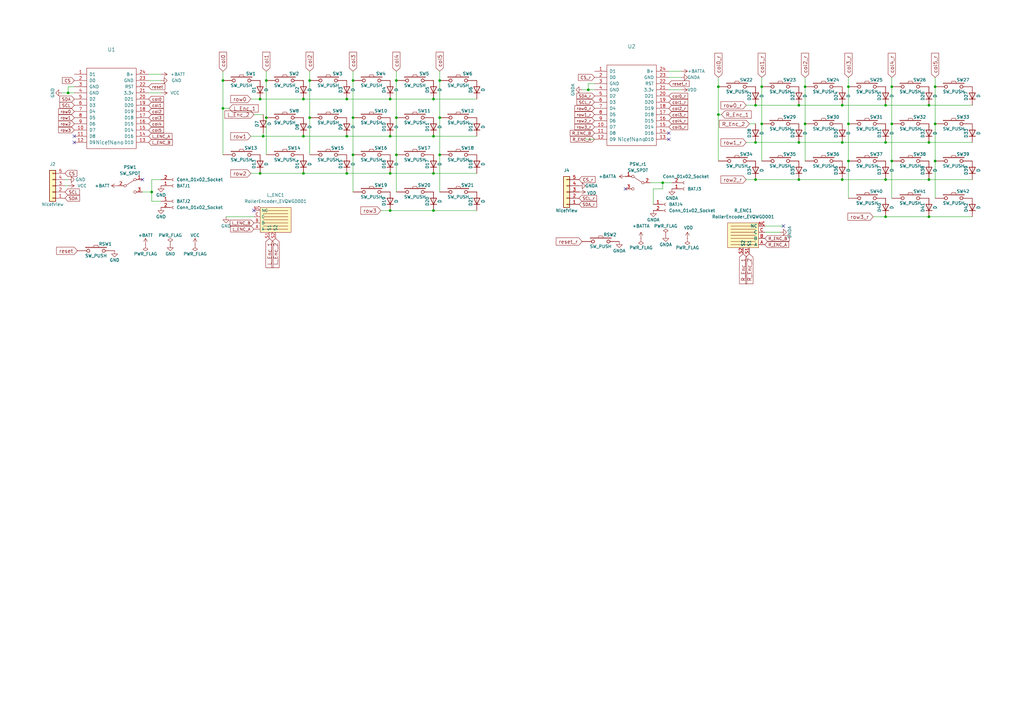
<source format=kicad_sch>
(kicad_sch (version 20230121) (generator eeschema)
  (paper "A3")
  (title_block (title "Corne Choc Wireless") (date "2023-10-09") (rev "0.0.1") (company "foostan + GSV-CargoCult"))
  (lib_symbols
    (symbol "Connector:Conn_01x02_Socket" (pin_names (offset 1.016) hide)
      (property "Reference" "J" (at 0 2.54 0))
      (property "Value" "Conn_01x02_Socket" (at 0 -5.08 0))
      (symbol "Conn_01x02_Socket_1_1"
        (pin passive line (at -5.08 0 0) (length 3.81) (name "Pin_1") (number "1"))
        (pin passive line (at -5.08 -2.54 0) (length 3.81) (name "Pin_2") (number "2"))
      )
    )
    (symbol "Connector_Generic:Conn_01x05" (pin_names (offset 1.016) hide)
      (property "Reference" "J" (at 0 7.62 0))
      (property "Value" "Conn_01x05" (at 0 -7.62 0))
      (symbol "Conn_01x05_1_1"
        (pin passive line (at -5.08 5.08 0) (length 3.81) (name "Pin_1") (number "1"))
        (pin passive line (at -5.08 2.54 0) (length 3.81) (name "Pin_2") (number "2"))
        (pin passive line (at -5.08 0 0) (length 3.81) (name "Pin_3") (number "3"))
        (pin passive line (at -5.08 -2.54 0) (length 3.81) (name "Pin_4") (number "4"))
        (pin passive line (at -5.08 -5.08 0) (length 3.81) (name "Pin_5") (number "5"))
      )
    )
    (symbol "Device:D" (pin_numbers hide) (pin_names (offset 1.016) hide)
      (property "Reference" "D" (at 0 2.54 0))
      (property "Value" "D" (at 0 -2.54 0))
      (symbol "D_1_1"
        (pin passive line (at -3.81 0 0) (length 2.54) (name "K") (number "1"))
        (pin passive line (at 3.81 0 180) (length 2.54) (name "A") (number "2"))
      )
    )
    (symbol "ScottoKeebs:MCU_Nice_Nano_V2" (pin_names (offset 1.016))
      (property "Reference" "U" (at 0 0 0))
      (property "Value" "Nice_Nano_V2" (at 0 -19.05 0))
      (symbol "MCU_Nice_Nano_V2_1_1"
        (pin input line (at -15.24 13.97 0) (length 5.08) (name "D1") (number "1"))
        (pin input line (at -15.24 -8.89 0) (length 5.08) (name "D7") (number "10"))
        (pin input line (at -15.24 -11.43 0) (length 5.08) (name "D8") (number "11"))
        (pin input line (at -15.24 -13.97 0) (length 5.08) (name "D9") (number "12"))
        (pin input line (at 15.24 -13.97 180) (length 5.08) (name "D10") (number "13"))
        (pin input line (at 15.24 -11.43 180) (length 5.08) (name "D16") (number "14"))
        (pin input line (at 15.24 -8.89 180) (length 5.08) (name "D14") (number "15"))
        (pin input line (at 15.24 -6.35 180) (length 5.08) (name "D15") (number "16"))
        (pin input line (at 15.24 -3.81 180) (length 5.08) (name "D18") (number "17"))
        (pin input line (at 15.24 -1.27 180) (length 5.08) (name "D19") (number "18"))
        (pin input line (at 15.24 1.27 180) (length 5.08) (name "D20") (number "19"))
        (pin input line (at -15.24 11.43 0) (length 5.08) (name "D0") (number "2"))
        (pin input line (at 15.24 3.81 180) (length 5.08) (name "D21") (number "20"))
        (pin input line (at 15.24 6.35 180) (length 5.08) (name "3.3v") (number "21"))
        (pin input line (at 15.24 8.89 180) (length 5.08) (name "RST") (number "22"))
        (pin input line (at 15.24 11.43 180) (length 5.08) (name "GND") (number "23"))
        (pin input line (at 15.24 13.97 180) (length 5.08) (name "B+") (number "24"))
        (pin input line (at -15.24 8.89 0) (length 5.08) (name "GND") (number "3"))
        (pin input line (at -15.24 6.35 0) (length 5.08) (name "GND") (number "4"))
        (pin input line (at -15.24 3.81 0) (length 5.08) (name "D2") (number "5"))
        (pin input line (at -15.24 1.27 0) (length 5.08) (name "D3") (number "6"))
        (pin input line (at -15.24 -1.27 0) (length 5.08) (name "D4") (number "7"))
        (pin input line (at -15.24 -3.81 0) (length 5.08) (name "D5") (number "8"))
        (pin input line (at -15.24 -6.35 0) (length 5.08) (name "D6") (number "9"))
      )
    )
    (symbol "Switch:SW_SPDT" (pin_names (offset 0) hide)
      (property "Reference" "SW" (at 0 4.318 0))
      (property "Value" "SW_SPDT" (at 0 -5.08 0))
      (symbol "SW_SPDT_1_1"
        (pin passive line (at 5.08 2.54 180) (length 2.54) (name "A") (number "1"))
        (pin passive line (at -5.08 0 0) (length 2.54) (name "B") (number "2"))
        (pin passive line (at 5.08 -2.54 180) (length 2.54) (name "C") (number "3"))
      )
    )
    (symbol "kbd:SW_PUSH" (pin_numbers hide) (pin_names (offset 1.016) hide)
      (property "Reference" "SW" (at 3.81 2.794 0))
      (property "Value" "SW_PUSH" (at 0 -2.032 0))
      (symbol "SW_PUSH_0_1"
        (pin passive inverted (at -7.62 0 0) (length 5.08) (name "1") (number "1"))
        (pin passive inverted (at 7.62 0 180) (length 5.08) (name "2") (number "2"))
      )
    )
    (symbol "power:+BATT" (power) (pin_names (offset 0))
      (property "Value" "+BATT" (at 0 3.556 0))
      (symbol "+BATT_1_1"
        (pin power_in line (at 0 0 90) (length 0) hide (name "+BATT") (number "1"))
      )
    )
    (symbol "power:+BATTA" (power) (pin_names (offset 0))
      (property "Value" "+BATTA" (at 0 3.556 0))
      (symbol "+BATTA_1_1"
        (pin power_in line (at 0 0 90) (length 0) hide (name "+BATTA") (number "1"))
      )
    )
    (symbol "power:GND" (power) (pin_names (offset 0))
      (property "Value" "GND" (at 0 -3.81 0))
      (symbol "GND_1_1"
        (pin power_in line (at 0 0 270) (length 0) hide (name "GND") (number "1"))
      )
    )
    (symbol "power:GNDA" (power) (pin_names (offset 0))
      (property "Value" "GNDA" (at 0 -3.81 0))
      (symbol "GNDA_1_1"
        (pin power_in line (at 0 0 270) (length 0) hide (name "GNDA") (number "1"))
      )
    )
    (symbol "power:PWR_FLAG" (power) (pin_numbers hide) (pin_names (offset 0) hide)
      (property "Value" "PWR_FLAG" (at 0 3.81 0))
      (symbol "PWR_FLAG_0_0"
        (pin power_out line (at 0 0 90) (length 0) (name "pwr") (number "1"))
      )
    )
    (symbol "power:VCC" (power) (pin_names (offset 0))
      (property "Value" "VCC" (at 0 3.81 0))
      (symbol "VCC_1_1"
        (pin power_in line (at 0 0 90) (length 0) hide (name "VCC") (number "1"))
      )
    )
    (symbol "power:VDD" (power) (pin_names (offset 0))
      (property "Value" "VDD" (at 0 3.81 0))
      (symbol "VDD_1_1"
        (pin power_in line (at 0 0 90) (length 0) hide (name "VDD") (number "1"))
      )
    )
    (symbol "zzkeebs:RollerEncoder_EVQWGD001"
      (property "Reference" "U" (at 0 -5.08 0))
      (property "Value" "RollerEncoder_EVQWGD001" (at 0 -7.62 0))
      (symbol "RollerEncoder_EVQWGD001_1_1"
        (pin output line (at -7.62 5.08 0) (length 2.54) (name "A") (number "A"))
        (pin output line (at -7.62 2.54 0) (length 2.54) (name "B") (number "B"))
        (pin passive line (at -7.62 0 0) (length 2.54) (name "C") (number "C"))
        (pin unspecified line (at -7.62 -2.54 0) (length 2.54) (name "NC") (number "NC"))
        (pin output line (at -1.27 8.89 270) (length 2.54) (name "S1") (number "S1"))
        (pin output line (at 1.27 8.89 270) (length 2.54) (name "S2") (number "S2"))
      )
    )
  )
  (junction (at 383.54 50.8))
  (junction (at 347.98 50.8))
  (junction (at 142.24 40.64))
  (junction (at 162.56 63.5))
  (junction (at 309.88 58.42))
  (junction (at 345.44 43.18))
  (junction (at 142.24 71.12))
  (junction (at 365.76 66.04))
  (junction (at 144.78 33.02))
  (junction (at 363.22 88.9))
  (junction (at 127 48.26))
  (junction (at 127 33.02))
  (junction (at 107.95 55.88))
  (junction (at 124.46 71.12))
  (junction (at 330.2 35.56))
  (junction (at 309.88 43.18))
  (junction (at 62.23 78.74))
  (junction (at 381 73.66))
  (junction (at 330.2 50.8))
  (junction (at 160.02 40.64))
  (junction (at 162.56 33.02))
  (junction (at 294.64 46.99))
  (junction (at 180.34 63.5))
  (junction (at 294.64 35.56))
  (junction (at 180.34 48.26))
  (junction (at 381 58.42))
  (junction (at 144.78 48.26))
  (junction (at 177.8 55.88))
  (junction (at 309.88 73.66))
  (junction (at 142.24 55.88))
  (junction (at 327.66 73.66))
  (junction (at 383.54 66.04))
  (junction (at 177.8 71.12))
  (junction (at 383.54 35.56))
  (junction (at 312.42 35.56))
  (junction (at 271.78 74.93))
  (junction (at 160.02 55.88))
  (junction (at 345.44 58.42))
  (junction (at 345.44 73.66))
  (junction (at 162.56 48.26))
  (junction (at 327.66 43.18))
  (junction (at 91.44 44.45))
  (junction (at 347.98 35.56))
  (junction (at 124.46 40.64))
  (junction (at 177.8 40.64))
  (junction (at 363.22 58.42))
  (junction (at 327.66 58.42))
  (junction (at 381 43.18))
  (junction (at 124.46 55.88))
  (junction (at 363.22 43.18))
  (junction (at 27.94 38.1))
  (junction (at 365.76 50.8))
  (junction (at 363.22 73.66))
  (junction (at 347.98 66.04))
  (junction (at 312.42 50.8))
  (junction (at 109.22 48.26))
  (junction (at 160.02 71.12))
  (junction (at 106.68 40.64))
  (junction (at 180.34 33.02))
  (junction (at 160.02 86.36))
  (junction (at 381 88.9))
  (junction (at 91.44 33.02))
  (junction (at 144.78 63.5))
  (junction (at 109.22 33.02))
  (junction (at 106.68 71.12))
  (junction (at 241.3 36.83))
  (junction (at 177.8 86.36))
  (junction (at 365.76 35.56))
  (no_connect (at 321.31 92.71))
  (no_connect (at 30.48 55.88))
  (no_connect (at 274.32 54.61))
  (no_connect (at 256.54 77.47))
  (no_connect (at 30.48 58.42))
  (no_connect (at 274.32 57.15))
  (no_connect (at 58.42 73.66))
  (no_connect (at 104.14 86.36))
  (wire (pts (xy 365.76 50.8) (xy 365.76 66.04)))
  (wire (pts (xy 102.87 40.64) (xy 106.68 40.64)))
  (wire (pts (xy 160.02 86.36) (xy 177.8 86.36)))
  (wire (pts (xy 383.54 31.75) (xy 383.54 35.56)))
  (wire (pts (xy 381 43.18) (xy 398.78 43.18)))
  (wire (pts (xy 142.24 55.88) (xy 160.02 55.88)))
  (wire (pts (xy 162.56 63.5) (xy 162.56 78.74)))
  (wire (pts (xy 177.8 71.12) (xy 195.58 71.12)))
  (wire (pts (xy 294.64 31.75) (xy 294.64 35.56)))
  (wire (pts (xy 294.64 35.56) (xy 294.64 46.99)))
  (wire (pts (xy 107.95 55.88) (xy 124.46 55.88)))
  (wire (pts (xy 109.22 33.02) (xy 109.22 48.26)))
  (wire (pts (xy 358.14 88.9) (xy 363.22 88.9)))
  (wire (pts (xy 306.07 58.42) (xy 309.88 58.42)))
  (wire (pts (xy 330.2 50.8) (xy 330.2 66.04)))
  (wire (pts (xy 347.98 50.8) (xy 347.98 66.04)))
  (wire (pts (xy 365.76 31.75) (xy 365.76 35.56)))
  (wire (pts (xy 60.96 38.1) (xy 66.04 38.1)))
  (wire (pts (xy 238.76 36.83) (xy 241.3 36.83)))
  (wire (pts (xy 162.56 29.21) (xy 162.56 33.02)))
  (wire (pts (xy 347.98 31.75) (xy 347.98 35.56)))
  (wire (pts (xy 144.78 48.26) (xy 144.78 63.5)))
  (wire (pts (xy 241.3 34.29) (xy 241.3 36.83)))
  (wire (pts (xy 160.02 71.12) (xy 177.8 71.12)))
  (wire (pts (xy 363.22 73.66) (xy 381 73.66)))
  (wire (pts (xy 327.66 73.66) (xy 345.44 73.66)))
  (wire (pts (xy 381 58.42) (xy 398.78 58.42)))
  (wire (pts (xy 66.04 73.66) (xy 62.23 73.66)))
  (wire (pts (xy 306.07 73.66) (xy 309.88 73.66)))
  (wire (pts (xy 271.78 74.93) (xy 266.7 74.93)))
  (wire (pts (xy 267.97 77.47) (xy 271.78 77.47)))
  (wire (pts (xy 177.8 40.64) (xy 195.58 40.64)))
  (wire (pts (xy 381 88.9) (xy 398.78 88.9)))
  (wire (pts (xy 30.48 35.56) (xy 27.94 35.56)))
  (wire (pts (xy 180.34 63.5) (xy 180.34 78.74)))
  (wire (pts (xy 162.56 48.26) (xy 162.56 63.5)))
  (wire (pts (xy 62.23 73.66) (xy 62.23 78.74)))
  (wire (pts (xy 243.84 34.29) (xy 241.3 34.29)))
  (wire (pts (xy 160.02 40.64) (xy 177.8 40.64)))
  (wire (pts (xy 274.32 31.75) (xy 279.4 31.75)))
  (wire (pts (xy 127 29.21) (xy 127 33.02)))
  (wire (pts (xy 144.78 33.02) (xy 144.78 48.26)))
  (wire (pts (xy 124.46 40.64) (xy 142.24 40.64)))
  (wire (pts (xy 102.87 71.12) (xy 106.68 71.12)))
  (wire (pts (xy 347.98 35.56) (xy 347.98 50.8)))
  (wire (pts (xy 124.46 71.12) (xy 142.24 71.12)))
  (wire (pts (xy 177.8 55.88) (xy 195.58 55.88)))
  (wire (pts (xy 109.22 48.26) (xy 109.22 63.5)))
  (wire (pts (xy 160.02 55.88) (xy 177.8 55.88)))
  (wire (pts (xy 241.3 36.83) (xy 243.84 36.83)))
  (wire (pts (xy 240.03 57.15) (xy 243.84 57.15)))
  (wire (pts (xy 91.44 33.02) (xy 91.44 44.45)))
  (wire (pts (xy 363.22 88.9) (xy 381 88.9)))
  (wire (pts (xy 365.76 35.56) (xy 365.76 50.8)))
  (wire (pts (xy 144.78 63.5) (xy 144.78 78.74)))
  (wire (pts (xy 180.34 29.21) (xy 180.34 33.02)))
  (wire (pts (xy 180.34 48.26) (xy 180.34 63.5)))
  (wire (pts (xy 27.94 38.1) (xy 30.48 38.1)))
  (wire (pts (xy 345.44 58.42) (xy 363.22 58.42)))
  (wire (pts (xy 92.71 88.9) (xy 104.14 88.9)))
  (wire (pts (xy 107.95 54.61) (xy 107.95 55.88)))
  (wire (pts (xy 279.4 29.21) (xy 274.32 29.21)))
  (wire (pts (xy 321.31 92.71) (xy 313.69 92.71)))
  (wire (pts (xy 91.44 29.21) (xy 91.44 33.02)))
  (wire (pts (xy 144.78 29.21) (xy 144.78 33.02)))
  (wire (pts (xy 312.42 31.75) (xy 312.42 35.56)))
  (wire (pts (xy 124.46 55.88) (xy 142.24 55.88)))
  (wire (pts (xy 363.22 43.18) (xy 381 43.18)))
  (wire (pts (xy 345.44 43.18) (xy 363.22 43.18)))
  (wire (pts (xy 383.54 35.56) (xy 383.54 50.8)))
  (wire (pts (xy 330.2 31.75) (xy 330.2 35.56)))
  (wire (pts (xy 102.87 55.88) (xy 107.95 55.88)))
  (wire (pts (xy 93.98 44.45) (xy 91.44 44.45)))
  (wire (pts (xy 383.54 66.04) (xy 383.54 81.28)))
  (wire (pts (xy 309.88 58.42) (xy 327.66 58.42)))
  (wire (pts (xy 327.66 43.18) (xy 345.44 43.18)))
  (wire (pts (xy 127 48.26) (xy 127 63.5)))
  (wire (pts (xy 312.42 35.56) (xy 312.42 50.8)))
  (wire (pts (xy 365.76 66.04) (xy 365.76 81.28)))
  (wire (pts (xy 60.96 33.02) (xy 66.04 33.02)))
  (wire (pts (xy 327.66 58.42) (xy 345.44 58.42)))
  (wire (pts (xy 66.04 82.55) (xy 62.23 82.55)))
  (wire (pts (xy 62.23 78.74) (xy 58.42 78.74)))
  (wire (pts (xy 347.98 66.04) (xy 347.98 81.28)))
  (wire (pts (xy 66.04 30.48) (xy 60.96 30.48)))
  (wire (pts (xy 330.2 35.56) (xy 330.2 50.8)))
  (wire (pts (xy 62.23 82.55) (xy 62.23 78.74)))
  (wire (pts (xy 27.94 73.66) (xy 26.67 73.66)))
  (wire (pts (xy 295.91 46.99) (xy 294.64 46.99)))
  (wire (pts (xy 27.94 35.56) (xy 27.94 38.1)))
  (wire (pts (xy 275.59 74.93) (xy 271.78 74.93)))
  (wire (pts (xy 345.44 73.66) (xy 363.22 73.66)))
  (wire (pts (xy 127 33.02) (xy 127 48.26)))
  (wire (pts (xy 142.24 71.12) (xy 160.02 71.12)))
  (wire (pts (xy 180.34 33.02) (xy 180.34 48.26)))
  (wire (pts (xy 27.94 76.2) (xy 26.67 76.2)))
  (wire (pts (xy 320.04 95.25) (xy 313.69 95.25)))
  (wire (pts (xy 381 73.66) (xy 398.78 73.66)))
  (wire (pts (xy 156.21 86.36) (xy 160.02 86.36)))
  (wire (pts (xy 25.4 38.1) (xy 27.94 38.1)))
  (wire (pts (xy 363.22 58.42) (xy 381 58.42)))
  (wire (pts (xy 307.34 50.8) (xy 309.88 50.8)))
  (wire (pts (xy 177.8 86.36) (xy 195.58 86.36)))
  (wire (pts (xy 312.42 50.8) (xy 312.42 66.04)))
  (wire (pts (xy 274.32 36.83) (xy 279.4 36.83)))
  (wire (pts (xy 271.78 77.47) (xy 271.78 74.93)))
  (wire (pts (xy 267.97 83.82) (xy 267.97 77.47)))
  (wire (pts (xy 106.68 71.12) (xy 124.46 71.12)))
  (wire (pts (xy 309.88 73.66) (xy 327.66 73.66)))
  (wire (pts (xy 109.22 29.21) (xy 109.22 33.02)))
  (wire (pts (xy 162.56 33.02) (xy 162.56 48.26)))
  (wire (pts (xy 142.24 40.64) (xy 160.02 40.64)))
  (wire (pts (xy 107.95 46.99) (xy 104.14 46.99)))
  (wire (pts (xy 91.44 44.45) (xy 91.44 63.5)))
  (wire (pts (xy 106.68 40.64) (xy 124.46 40.64)))
  (wire (pts (xy 383.54 50.8) (xy 383.54 66.04)))
  (wire (pts (xy 294.64 46.99) (xy 294.64 66.04)))
  (wire (pts (xy 306.07 43.18) (xy 309.88 43.18)))
  (wire (pts (xy 309.88 43.18) (xy 327.66 43.18)))
  (global_label "row1" (shape input) (at 102.87 55.88 180) (effects (font (size 1.524 1.524))) (property "Intersheetrefs" "${INTERSHEET_REFS}" (effects hide)))
  (global_label "reset" (shape input) (at 60.96 35.56 0) (effects (font (size 1.1938 1.1938))) (property "Intersheetrefs" "${INTERSHEET_REFS}" (effects hide)))
  (global_label "R_Enc_2" (shape input) (at 307.34 50.8 180) (effects (font (size 1.524 1.524))) (property "Intersheetrefs" "${INTERSHEET_REFS}" (effects hide)))
  (global_label "L_ENC_B" (shape input) (at 60.96 58.42 0) (effects (font (size 1.1938 1.1938))) (property "Intersheetrefs" "${INTERSHEET_REFS}" (effects hide)))
  (global_label "col1_r" (shape input) (at 274.32 41.91 0) (effects (font (size 1.1938 1.1938))) (property "Intersheetrefs" "${INTERSHEET_REFS}" (effects hide)))
  (global_label "row0_r" (shape input) (at 243.84 44.45 180) (effects (font (size 1.1938 1.1938))) (property "Intersheetrefs" "${INTERSHEET_REFS}" (effects hide)))
  (global_label "CS_r" (shape input) (at 243.84 31.75 180) (property "Intersheetrefs" "${INTERSHEET_REFS}" (effects hide)))
  (global_label "col4" (shape input) (at 162.56 29.21 90) (effects (font (size 1.524 1.524))) (property "Intersheetrefs" "${INTERSHEET_REFS}" (effects hide)))
  (global_label "col5_r" (shape input) (at 383.54 31.75 90) (effects (font (size 1.524 1.524))) (property "Intersheetrefs" "${INTERSHEET_REFS}" (effects hide)))
  (global_label "col0_r" (shape input) (at 274.32 39.37 0) (effects (font (size 1.1938 1.1938))) (property "Intersheetrefs" "${INTERSHEET_REFS}" (effects hide)))
  (global_label "SCL" (shape input) (at 30.48 43.18 180) (property "Intersheetrefs" "${INTERSHEET_REFS}" (effects hide)))
  (global_label "SDA_r" (shape input) (at 237.49 83.82 0) (effects (font (size 1.1938 1.1938))) (property "Intersheetrefs" "${INTERSHEET_REFS}" (effects hide)))
  (global_label "R_Enc_1" (shape input) (at 304.8 104.14 270) (effects (font (size 1.524 1.524))) (property "Intersheetrefs" "${INTERSHEET_REFS}" (effects hide)))
  (global_label "SDA_r" (shape input) (at 243.84 39.37 180) (effects (font (size 1.1938 1.1938))) (property "Intersheetrefs" "${INTERSHEET_REFS}" (effects hide)))
  (global_label "col3" (shape input) (at 144.78 29.21 90) (effects (font (size 1.524 1.524))) (property "Intersheetrefs" "${INTERSHEET_REFS}" (effects hide)))
  (global_label "reset" (shape input) (at 31.75 102.87 180) (effects (font (size 1.524 1.524))) (property "Intersheetrefs" "${INTERSHEET_REFS}" (effects hide)))
  (global_label "reset_r" (shape input) (at 274.32 34.29 0) (effects (font (size 1.1938 1.1938))) (property "Intersheetrefs" "${INTERSHEET_REFS}" (effects hide)))
  (global_label "row3_r" (shape input) (at 358.14 88.9 180) (effects (font (size 1.524 1.524))) (property "Intersheetrefs" "${INTERSHEET_REFS}" (effects hide)))
  (global_label "L_ENC_A" (shape input) (at 60.96 55.88 0) (effects (font (size 1.1938 1.1938))) (property "Intersheetrefs" "${INTERSHEET_REFS}" (effects hide)))
  (global_label "col5" (shape input) (at 60.96 53.34 0) (effects (font (size 1.1938 1.1938))) (property "Intersheetrefs" "${INTERSHEET_REFS}" (effects hide)))
  (global_label "col5_r" (shape input) (at 274.32 52.07 0) (effects (font (size 1.1938 1.1938))) (property "Intersheetrefs" "${INTERSHEET_REFS}" (effects hide)))
  (global_label "row2_r" (shape input) (at 306.07 73.66 180) (effects (font (size 1.524 1.524))) (property "Intersheetrefs" "${INTERSHEET_REFS}" (effects hide)))
  (global_label "R_Enc_1" (shape input) (at 295.91 46.99 0) (effects (font (size 1.524 1.524))) (property "Intersheetrefs" "${INTERSHEET_REFS}" (effects hide)))
  (global_label "SDA" (shape input) (at 26.67 81.28 0) (property "Intersheetrefs" "${INTERSHEET_REFS}" (effects hide)))
  (global_label "SDA" (shape input) (at 30.48 40.64 180) (property "Intersheetrefs" "${INTERSHEET_REFS}" (effects hide)))
  (global_label "L_ENC_A" (shape input) (at 104.14 93.98 180) (effects (font (size 1.1938 1.1938))) (property "Intersheetrefs" "${INTERSHEET_REFS}" (effects hide)))
  (global_label "row2_r" (shape input) (at 243.84 49.53 180) (effects (font (size 1.1938 1.1938))) (property "Intersheetrefs" "${INTERSHEET_REFS}" (effects hide)))
  (global_label "row2" (shape input) (at 30.48 50.8 180) (effects (font (size 1.1938 1.1938))) (property "Intersheetrefs" "${INTERSHEET_REFS}" (effects hide)))
  (global_label "col2_r" (shape input) (at 274.32 44.45 0) (effects (font (size 1.1938 1.1938))) (property "Intersheetrefs" "${INTERSHEET_REFS}" (effects hide)))
  (global_label "col4_r" (shape input) (at 365.76 31.75 90) (effects (font (size 1.524 1.524))) (property "Intersheetrefs" "${INTERSHEET_REFS}" (effects hide)))
  (global_label "row1_r" (shape input) (at 306.07 58.42 180) (effects (font (size 1.524 1.524))) (property "Intersheetrefs" "${INTERSHEET_REFS}" (effects hide)))
  (global_label "col2_r" (shape input) (at 330.2 31.75 90) (effects (font (size 1.524 1.524))) (property "Intersheetrefs" "${INTERSHEET_REFS}" (effects hide)))
  (global_label "SCL_r" (shape input) (at 237.49 81.28 0) (effects (font (size 1.1938 1.1938))) (property "Intersheetrefs" "${INTERSHEET_REFS}" (effects hide)))
  (global_label "col1_r" (shape input) (at 312.42 31.75 90) (effects (font (size 1.524 1.524))) (property "Intersheetrefs" "${INTERSHEET_REFS}" (effects hide)))
  (global_label "row3" (shape input) (at 30.48 53.34 180) (effects (font (size 1.1938 1.1938))) (property "Intersheetrefs" "${INTERSHEET_REFS}" (effects hide)))
  (global_label "col0" (shape input) (at 60.96 40.64 0) (effects (font (size 1.1938 1.1938))) (property "Intersheetrefs" "${INTERSHEET_REFS}" (effects hide)))
  (global_label "L_Enc_1" (shape input) (at 93.98 44.45 0) (effects (font (size 1.524 1.524))) (property "Intersheetrefs" "${INTERSHEET_REFS}" (effects hide)))
  (global_label "L_Enc_2" (shape input) (at 113.03 97.79 270) (effects (font (size 1.524 1.524))) (property "Intersheetrefs" "${INTERSHEET_REFS}" (effects hide)))
  (global_label "col4_r" (shape input) (at 274.32 49.53 0) (effects (font (size 1.1938 1.1938))) (property "Intersheetrefs" "${INTERSHEET_REFS}" (effects hide)))
  (global_label "row0" (shape input) (at 102.87 40.64 180) (effects (font (size 1.524 1.524))) (property "Intersheetrefs" "${INTERSHEET_REFS}" (effects hide)))
  (global_label "row3_r" (shape input) (at 243.84 52.07 180) (effects (font (size 1.1938 1.1938))) (property "Intersheetrefs" "${INTERSHEET_REFS}" (effects hide)))
  (global_label "row0_r" (shape input) (at 306.07 43.18 180) (effects (font (size 1.524 1.524))) (property "Intersheetrefs" "${INTERSHEET_REFS}" (effects hide)))
  (global_label "SCL" (shape input) (at 26.67 78.74 0) (property "Intersheetrefs" "${INTERSHEET_REFS}" (effects hide)))
  (global_label "col3_r" (shape input) (at 347.98 31.75 90) (effects (font (size 1.524 1.524))) (property "Intersheetrefs" "${INTERSHEET_REFS}" (effects hide)))
  (global_label "row2" (shape input) (at 102.87 71.12 180) (effects (font (size 1.524 1.524))) (property "Intersheetrefs" "${INTERSHEET_REFS}" (effects hide)))
  (global_label "row1_r" (shape input) (at 243.84 46.99 180) (effects (font (size 1.1938 1.1938))) (property "Intersheetrefs" "${INTERSHEET_REFS}" (effects hide)))
  (global_label "L_Enc_1" (shape input) (at 110.49 97.79 270) (effects (font (size 1.524 1.524))) (property "Intersheetrefs" "${INTERSHEET_REFS}" (effects hide)))
  (global_label "col1" (shape input) (at 60.96 43.18 0) (effects (font (size 1.1938 1.1938))) (property "Intersheetrefs" "${INTERSHEET_REFS}" (effects hide)))
  (global_label "R_ENC_B" (shape input) (at 243.84 54.61 180) (effects (font (size 1.1938 1.1938))) (property "Intersheetrefs" "${INTERSHEET_REFS}" (effects hide)))
  (global_label "CS_r" (shape input) (at 237.49 73.66 0) (property "Intersheetrefs" "${INTERSHEET_REFS}" (effects hide)))
  (global_label "R_Enc_2" (shape input) (at 307.34 104.14 270) (effects (font (size 1.524 1.524))) (property "Intersheetrefs" "${INTERSHEET_REFS}" (effects hide)))
  (global_label "CS" (shape input) (at 26.67 71.12 0) (property "Intersheetrefs" "${INTERSHEET_REFS}" (effects hide)))
  (global_label "col1" (shape input) (at 109.22 29.21 90) (effects (font (size 1.524 1.524))) (property "Intersheetrefs" "${INTERSHEET_REFS}" (effects hide)))
  (global_label "row1" (shape input) (at 30.48 48.26 180) (effects (font (size 1.1938 1.1938))) (property "Intersheetrefs" "${INTERSHEET_REFS}" (effects hide)))
  (global_label "col4" (shape input) (at 60.96 50.8 0) (effects (font (size 1.1938 1.1938))) (property "Intersheetrefs" "${INTERSHEET_REFS}" (effects hide)))
  (global_label "col2" (shape input) (at 127 29.21 90) (effects (font (size 1.524 1.524))) (property "Intersheetrefs" "${INTERSHEET_REFS}" (effects hide)))
  (global_label "col0" (shape input) (at 91.44 29.21 90) (effects (font (size 1.524 1.524))) (property "Intersheetrefs" "${INTERSHEET_REFS}" (effects hide)))
  (global_label "R_ENC_A" (shape input) (at 243.84 57.15 180) (effects (font (size 1.1938 1.1938))) (property "Intersheetrefs" "${INTERSHEET_REFS}" (effects hide)))
  (global_label "CS" (shape input) (at 30.48 33.02 180) (property "Intersheetrefs" "${INTERSHEET_REFS}" (effects hide)))
  (global_label "col5" (shape input) (at 180.34 29.21 90) (effects (font (size 1.524 1.524))) (property "Intersheetrefs" "${INTERSHEET_REFS}" (effects hide)))
  (global_label "R_ENC_B" (shape input) (at 313.69 97.79 0) (effects (font (size 1.1938 1.1938))) (property "Intersheetrefs" "${INTERSHEET_REFS}" (effects hide)))
  (global_label "SCL_r" (shape input) (at 243.84 41.91 180) (effects (font (size 1.1938 1.1938))) (property "Intersheetrefs" "${INTERSHEET_REFS}" (effects hide)))
  (global_label "row0" (shape input) (at 30.48 45.72 180) (effects (font (size 1.1938 1.1938))) (property "Intersheetrefs" "${INTERSHEET_REFS}" (effects hide)))
  (global_label "col3_r" (shape input) (at 274.32 46.99 0) (effects (font (size 1.1938 1.1938))) (property "Intersheetrefs" "${INTERSHEET_REFS}" (effects hide)))
  (global_label "L_ENC_B" (shape input) (at 104.14 91.44 180) (effects (font (size 1.1938 1.1938))) (property "Intersheetrefs" "${INTERSHEET_REFS}" (effects hide)))
  (global_label "row3" (shape input) (at 156.21 86.36 180) (effects (font (size 1.524 1.524))) (property "Intersheetrefs" "${INTERSHEET_REFS}" (effects hide)))
  (global_label "col3" (shape input) (at 60.96 48.26 0) (effects (font (size 1.1938 1.1938))) (property "Intersheetrefs" "${INTERSHEET_REFS}" (effects hide)))
  (global_label "reset_r" (shape input) (at 238.76 99.06 180) (effects (font (size 1.524 1.524))) (property "Intersheetrefs" "${INTERSHEET_REFS}" (effects hide)))
  (global_label "R_ENC_A" (shape input) (at 313.69 100.33 0) (effects (font (size 1.1938 1.1938))) (property "Intersheetrefs" "${INTERSHEET_REFS}" (effects hide)))
  (global_label "col0_r" (shape input) (at 294.64 31.75 90) (effects (font (size 1.524 1.524))) (property "Intersheetrefs" "${INTERSHEET_REFS}" (effects hide)))
  (global_label "col2" (shape input) (at 60.96 45.72 0) (effects (font (size 1.1938 1.1938))) (property "Intersheetrefs" "${INTERSHEET_REFS}" (effects hide)))
  (global_label "L_Enc_2" (shape input) (at 104.14 46.99 180) (effects (font (size 1.524 1.524))) (property "Intersheetrefs" "${INTERSHEET_REFS}" (effects hide)))
  (symbol (lib_id "ScottoKeebs:MCU_Nice_Nano_V2") (at 45.72 44.45 0) (unit 1)
    (property "Reference" "U1" (at 45.72 20.32 0) (effects (font (size 1.524 1.524))))
    (property "Value" "Nice!Nano" (at 45 58.42 0) (effects (font (size 1.524 1.524))))
    (property "Footprint" "kbd:ProMicro_v3" (effects hide))
  )
  (symbol (lib_id "kbd:SW_PUSH") (at 116.84 33.02 0) (unit 1)
    (property "Reference" "SW2" (at 120.65 30.226 0))
    (property "Value" "SW_PUSH" (at 116.84 35.052 0))
    (property "Footprint" "Library:Hotswap_Choc_V1_MX_1.00u" (effects hide))
  )
  (symbol (lib_id "Device:D") (at 124.46 36.83 90) (unit 1)
    (property "Reference" "D2" (at 121.92 36.83 0))
    (property "Value" "D" (at 127 36.83 0))
    (property "Footprint" "kbd:D3_SMD_v2" (effects hide))
  )
  (symbol (lib_id "kbd:SW_PUSH") (at 134.62 33.02 0) (unit 1)
    (property "Reference" "SW3" (at 138.43 30.226 0))
    (property "Value" "SW_PUSH" (at 134.62 35.052 0))
    (property "Footprint" "Library:Hotswap_Choc_V1_MX_1.00u" (effects hide))
  )
  (symbol (lib_id "Device:D") (at 142.24 36.83 90) (unit 1)
    (property "Reference" "D3" (at 139.7 36.83 0))
    (property "Value" "D" (at 144.78 36.83 0))
    (property "Footprint" "kbd:D3_SMD_v2" (effects hide))
  )
  (symbol (lib_id "kbd:SW_PUSH") (at 152.4 33.02 0) (unit 1)
    (property "Reference" "SW4" (at 156.21 30.226 0))
    (property "Value" "SW_PUSH" (at 152.4 35.052 0))
    (property "Footprint" "Library:Hotswap_Choc_V1_MX_1.00u" (effects hide))
  )
  (symbol (lib_id "kbd:SW_PUSH") (at 170.18 33.02 0) (unit 1)
    (property "Reference" "SW5" (at 173.99 30.226 0))
    (property "Value" "SW_PUSH" (at 170.18 35.052 0))
    (property "Footprint" "Library:Hotswap_Choc_V1_MX_1.00u" (effects hide))
  )
  (symbol (lib_id "kbd:SW_PUSH") (at 187.96 33.02 0) (unit 1)
    (property "Reference" "SW6" (at 191.77 30.226 0))
    (property "Value" "SW_PUSH" (at 187.96 35.052 0))
    (property "Footprint" "Library:Hotswap_Choc_V1_MX_1.00u" (effects hide))
  )
  (symbol (lib_id "Device:D") (at 160.02 36.83 90) (unit 1)
    (property "Reference" "D4" (at 157.48 36.83 0))
    (property "Value" "D" (at 162.56 36.83 0))
    (property "Footprint" "kbd:D3_SMD_v2" (effects hide))
  )
  (symbol (lib_id "Device:D") (at 177.8 36.83 90) (unit 1)
    (property "Reference" "D5" (at 175.26 36.83 0))
    (property "Value" "D" (at 180.34 36.83 0))
    (property "Footprint" "kbd:D3_SMD_v2" (effects hide))
  )
  (symbol (lib_id "Device:D") (at 195.58 36.83 90) (unit 1)
    (property "Reference" "D6" (at 193.04 36.83 0))
    (property "Value" "D" (at 198.12 36.83 0))
    (property "Footprint" "kbd:D3_SMD_v2" (effects hide))
  )
  (symbol (lib_id "kbd:SW_PUSH") (at 99.06 33.02 0) (unit 1)
    (property "Reference" "SW1" (at 102.87 30.226 0))
    (property "Value" "SW_PUSH" (at 99.06 35.052 0))
    (property "Footprint" "Library:Hotswap_Choc_V1_MX_1.00u" (effects hide))
  )
  (symbol (lib_id "Device:D") (at 106.68 36.83 90) (unit 1)
    (property "Reference" "D1" (at 104.14 36.83 0))
    (property "Value" "D" (at 109.22 36.83 0))
    (property "Footprint" "kbd:D3_SMD_v2" (effects hide))
  )
  (symbol (lib_id "kbd:SW_PUSH") (at 116.84 48.26 0) (unit 1)
    (property "Reference" "SW8" (at 120.65 45.466 0))
    (property "Value" "SW_PUSH" (at 116.84 50.292 0))
    (property "Footprint" "Library:Hotswap_Choc_V1_MX_1.00u" (effects hide))
  )
  (symbol (lib_id "Device:D") (at 124.46 52.07 90) (unit 1)
    (property "Reference" "D8" (at 121.92 52.07 0))
    (property "Value" "D" (at 127 52.07 0))
    (property "Footprint" "kbd:D3_SMD_v2" (effects hide))
  )
  (symbol (lib_id "kbd:SW_PUSH") (at 134.62 48.26 0) (unit 1)
    (property "Reference" "SW9" (at 138.43 45.466 0))
    (property "Value" "SW_PUSH" (at 134.62 50.292 0))
    (property "Footprint" "Library:Hotswap_Choc_V1_MX_1.00u" (effects hide))
  )
  (symbol (lib_id "Device:D") (at 142.24 52.07 90) (unit 1)
    (property "Reference" "D9" (at 139.7 52.07 0))
    (property "Value" "D" (at 144.78 52.07 0))
    (property "Footprint" "kbd:D3_SMD_v2" (effects hide))
  )
  (symbol (lib_id "kbd:SW_PUSH") (at 152.4 48.26 0) (unit 1)
    (property "Reference" "SW10" (at 156.21 45.466 0))
    (property "Value" "SW_PUSH" (at 152.4 50.292 0))
    (property "Footprint" "Library:Hotswap_Choc_V1_MX_1.00u" (effects hide))
  )
  (symbol (lib_id "kbd:SW_PUSH") (at 170.18 48.26 0) (unit 1)
    (property "Reference" "SW11" (at 173.99 45.466 0))
    (property "Value" "SW_PUSH" (at 170.18 50.292 0))
    (property "Footprint" "Library:Hotswap_Choc_V1_MX_1.00u" (effects hide))
  )
  (symbol (lib_id "kbd:SW_PUSH") (at 187.96 48.26 0) (unit 1)
    (property "Reference" "SW12" (at 191.77 45.466 0))
    (property "Value" "SW_PUSH" (at 187.96 50.292 0))
    (property "Footprint" "Library:Hotswap_Choc_V1_MX_1.00u" (effects hide))
  )
  (symbol (lib_id "Device:D") (at 160.02 52.07 90) (unit 1)
    (property "Reference" "D10" (at 157.48 52.07 0))
    (property "Value" "D" (at 162.56 52.07 0))
    (property "Footprint" "kbd:D3_SMD_v2" (effects hide))
  )
  (symbol (lib_id "Device:D") (at 177.8 52.07 90) (unit 1)
    (property "Reference" "D11" (at 175.26 52.07 0))
    (property "Value" "D" (at 180.34 52.07 0))
    (property "Footprint" "kbd:D3_SMD_v2" (effects hide))
  )
  (symbol (lib_id "Device:D") (at 195.58 52.07 90) (unit 1)
    (property "Reference" "D12" (at 193.04 52.07 0))
    (property "Value" "D" (at 198.12 52.07 0))
    (property "Footprint" "kbd:D3_SMD_v2" (effects hide))
  )
  (symbol (lib_id "kbd:SW_PUSH") (at 116.84 63.5 0) (unit 1)
    (property "Reference" "SW14" (at 120.65 60.706 0))
    (property "Value" "SW_PUSH" (at 116.84 65.532 0))
    (property "Footprint" "Library:Hotswap_Choc_V1_MX_1.00u" (effects hide))
  )
  (symbol (lib_id "Device:D") (at 124.46 67.31 90) (unit 1)
    (property "Reference" "D14" (at 121.92 67.31 0))
    (property "Value" "D" (at 127 67.31 0))
    (property "Footprint" "kbd:D3_SMD_v2" (effects hide))
  )
  (symbol (lib_id "kbd:SW_PUSH") (at 134.62 63.5 0) (unit 1)
    (property "Reference" "SW15" (at 138.43 60.706 0))
    (property "Value" "SW_PUSH" (at 134.62 65.532 0))
    (property "Footprint" "Library:Hotswap_Choc_V1_MX_1.00u" (effects hide))
  )
  (symbol (lib_id "Device:D") (at 142.24 67.31 90) (unit 1)
    (property "Reference" "D15" (at 139.7 67.31 0))
    (property "Value" "D" (at 144.78 67.31 0))
    (property "Footprint" "kbd:D3_SMD_v2" (effects hide))
  )
  (symbol (lib_id "kbd:SW_PUSH") (at 152.4 63.5 0) (unit 1)
    (property "Reference" "SW16" (at 156.21 60.706 0))
    (property "Value" "SW_PUSH" (at 152.4 65.532 0))
    (property "Footprint" "Library:Hotswap_Choc_V1_MX_1.00u" (effects hide))
  )
  (symbol (lib_id "kbd:SW_PUSH") (at 170.18 63.5 0) (unit 1)
    (property "Reference" "SW17" (at 173.99 60.706 0))
    (property "Value" "SW_PUSH" (at 170.18 65.532 0))
    (property "Footprint" "Library:Hotswap_Choc_V1_MX_1.00u" (effects hide))
  )
  (symbol (lib_id "kbd:SW_PUSH") (at 187.96 63.5 0) (unit 1)
    (property "Reference" "SW18" (at 191.77 60.706 0))
    (property "Value" "SW_PUSH" (at 187.96 65.532 0))
    (property "Footprint" "Library:Hotswap_Choc_V1_MX_1.00u" (effects hide))
  )
  (symbol (lib_id "Device:D") (at 160.02 67.31 90) (unit 1)
    (property "Reference" "D16" (at 157.48 67.31 0))
    (property "Value" "D" (at 162.56 67.31 0))
    (property "Footprint" "kbd:D3_SMD_v2" (effects hide))
  )
  (symbol (lib_id "Device:D") (at 177.8 67.31 90) (unit 1)
    (property "Reference" "D17" (at 175.26 67.31 0))
    (property "Value" "D" (at 180.34 67.31 0))
    (property "Footprint" "kbd:D3_SMD_v2" (effects hide))
  )
  (symbol (lib_id "Device:D") (at 195.58 67.31 90) (unit 1)
    (property "Reference" "D18" (at 193.04 67.31 0))
    (property "Value" "D" (at 198.12 67.31 0))
    (property "Footprint" "kbd:D3_SMD_v2" (effects hide))
  )
  (symbol (lib_id "kbd:SW_PUSH") (at 99.06 63.5 0) (unit 1)
    (property "Reference" "SW13" (at 102.87 60.706 0))
    (property "Value" "SW_PUSH" (at 99.06 65.532 0))
    (property "Footprint" "Library:Hotswap_Choc_V1_MX_1.00u" (effects hide))
  )
  (symbol (lib_id "Device:D") (at 106.68 67.31 90) (unit 1)
    (property "Reference" "D13" (at 104.14 67.31 0))
    (property "Value" "D" (at 109.22 67.31 0))
    (property "Footprint" "kbd:D3_SMD_v2" (effects hide))
  )
  (symbol (lib_id "kbd:SW_PUSH") (at 170.18 78.74 0) (unit 1)
    (property "Reference" "SW20" (at 173.99 75.946 0))
    (property "Value" "SW_PUSH" (at 170.18 80.772 0))
    (property "Footprint" "Library:Hotswap_Choc_V1_MX_1.00u" (effects hide))
  )
  (symbol (lib_id "Device:D") (at 177.8 82.55 90) (unit 1)
    (property "Reference" "D20" (at 175.26 82.55 0))
    (property "Value" "D" (at 180.34 82.55 0))
    (property "Footprint" "kbd:D3_SMD_v2" (effects hide))
  )
  (symbol (lib_id "kbd:SW_PUSH") (at 187.96 78.74 0) (unit 1)
    (property "Reference" "SW21" (at 191.77 75.946 0))
    (property "Value" "SW_PUSH" (at 187.96 80.772 0))
    (property "Footprint" "ScottoKeebs_Hotswap:Hotswap_Choc_V1_1.50u" (effects hide))
  )
  (symbol (lib_id "Device:D") (at 195.58 82.55 90) (unit 1)
    (property "Reference" "D21" (at 193.04 82.55 0))
    (property "Value" "D" (at 198.12 82.55 0))
    (property "Footprint" "kbd:D3_SMD_v2" (effects hide))
  )
  (symbol (lib_id "kbd:SW_PUSH") (at 152.4 78.74 0) (unit 1)
    (property "Reference" "SW19" (at 156.21 75.946 0))
    (property "Value" "SW_PUSH" (at 152.4 80.772 0))
    (property "Footprint" "Library:Hotswap_Choc_V1_MX_1.00u" (effects hide))
  )
  (symbol (lib_id "Device:D") (at 160.02 82.55 90) (unit 1)
    (property "Reference" "D19" (at 157.48 82.55 0))
    (property "Value" "D" (at 162.56 82.55 0))
    (property "Footprint" "kbd:D3_SMD_v2" (effects hide))
  )
  (symbol (lib_id "power:GND") (at 66.04 33.02 90) (unit 1)
    (property "Reference" "#PWR07" (effects hide))
    (property "Value" "GND" (at 72.39 33.02 90))
  )
  (symbol (lib_id "power:GND") (at 25.4 38.1 270) (unit 1)
    (property "Reference" "#PWR08" (effects hide))
    (property "Value" "GND" (at 21.59 38.1 0))
  )
  (symbol (lib_id "power:GND") (at 69.85 100.33 0) (unit 1)
    (property "Reference" "#PWR04" (effects hide))
    (property "Value" "GND" (at 69.85 104.14 0))
  )
  (symbol (lib_id "power:VCC") (at 80.01 100.33 0) (unit 1)
    (property "Reference" "#PWR05" (effects hide))
    (property "Value" "VCC" (at 80.01 96.52 0))
  )
  (symbol (lib_id "power:PWR_FLAG") (at 80.01 100.33 180) (unit 1)
    (property "Reference" "#FLG02" (effects hide))
    (property "Value" "PWR_FLAG" (at 80.01 104.14 0))
  )
  (symbol (lib_id "power:PWR_FLAG") (at 69.85 100.33 0) (unit 1)
    (property "Reference" "#FLG01" (effects hide))
    (property "Value" "PWR_FLAG" (at 69.85 96.52 0))
  )
  (symbol (lib_id "kbd:SW_PUSH") (at 39.37 102.87 0) (unit 1)
    (property "Reference" "RSW1" (at 43.18 100.076 0))
    (property "Value" "SW_PUSH" (at 39.37 104.902 0))
    (property "Footprint" "kbd:ResetSW_1side" (effects hide))
  )
  (symbol (lib_id "power:GND") (at 46.99 102.87 0) (unit 1)
    (property "Reference" "#PWR06" (effects hide))
    (property "Value" "GND" (at 46.99 106.68 0))
  )
  (symbol (lib_id "Connector_Generic:Conn_01x05") (at 21.59 76.2 180) (unit 1)
    (property "Reference" "J2" (at 21.59 67.31 0))
    (property "Value" "Nice!View" (at 21.59 83.82 0))
    (property "Footprint" "niceview:nice_view_1side" (effects hide))
  )
  (symbol (lib_id "ScottoKeebs:MCU_Nice_Nano_V2") (at 259.08 43.18 0) (unit 1)
    (property "Reference" "U2" (at 259.08 19.05 0) (effects (font (size 1.524 1.524))))
    (property "Value" "Nice!Nano" (at 259.08 57.15 0) (effects (font (size 1.524 1.524))))
    (property "Footprint" "kbd:ProMicro_v3" (effects hide))
  )
  (symbol (lib_id "kbd:SW_PUSH") (at 320.04 35.56 0) (unit 1)
    (property "Reference" "SW23" (at 323.85 32.766 0))
    (property "Value" "SW_PUSH" (at 320.04 37.592 0))
    (property "Footprint" "Library:Hotswap_Choc_V1_MX_1.00u" (effects hide))
  )
  (symbol (lib_id "Device:D") (at 327.66 39.37 90) (unit 1)
    (property "Reference" "D23" (at 325.12 39.37 0))
    (property "Value" "D" (at 330.2 39.37 0))
    (property "Footprint" "kbd:D3_SMD_v2" (effects hide))
  )
  (symbol (lib_id "kbd:SW_PUSH") (at 337.82 35.56 0) (unit 1)
    (property "Reference" "SW24" (at 341.63 32.766 0))
    (property "Value" "SW_PUSH" (at 337.82 37.592 0))
    (property "Footprint" "Library:Hotswap_Choc_V1_MX_1.00u" (effects hide))
  )
  (symbol (lib_id "Device:D") (at 345.44 39.37 90) (unit 1)
    (property "Reference" "D24" (at 342.9 39.37 0))
    (property "Value" "D" (at 347.98 39.37 0))
    (property "Footprint" "kbd:D3_SMD_v2" (effects hide))
  )
  (symbol (lib_id "kbd:SW_PUSH") (at 355.6 35.56 0) (unit 1)
    (property "Reference" "SW25" (at 359.41 32.766 0))
    (property "Value" "SW_PUSH" (at 355.6 37.592 0))
    (property "Footprint" "Library:Hotswap_Choc_V1_MX_1.00u" (effects hide))
  )
  (symbol (lib_id "kbd:SW_PUSH") (at 373.38 35.56 0) (unit 1)
    (property "Reference" "SW26" (at 377.19 32.766 0))
    (property "Value" "SW_PUSH" (at 373.38 37.592 0))
    (property "Footprint" "Library:Hotswap_Choc_V1_MX_1.00u" (effects hide))
  )
  (symbol (lib_id "kbd:SW_PUSH") (at 391.16 35.56 0) (unit 1)
    (property "Reference" "SW27" (at 394.97 32.766 0))
    (property "Value" "SW_PUSH" (at 391.16 37.592 0))
    (property "Footprint" "Library:Hotswap_Choc_V1_MX_1.00u" (effects hide))
  )
  (symbol (lib_id "Device:D") (at 363.22 39.37 90) (unit 1)
    (property "Reference" "D25" (at 360.68 39.37 0))
    (property "Value" "D" (at 365.76 39.37 0))
    (property "Footprint" "kbd:D3_SMD_v2" (effects hide))
  )
  (symbol (lib_id "Device:D") (at 381 39.37 90) (unit 1)
    (property "Reference" "D26" (at 378.46 39.37 0))
    (property "Value" "D" (at 383.54 39.37 0))
    (property "Footprint" "kbd:D3_SMD_v2" (effects hide))
  )
  (symbol (lib_id "Device:D") (at 398.78 39.37 90) (unit 1)
    (property "Reference" "D27" (at 396.24 39.37 0))
    (property "Value" "D" (at 401.32 39.37 0))
    (property "Footprint" "kbd:D3_SMD_v2" (effects hide))
  )
  (symbol (lib_id "kbd:SW_PUSH") (at 302.26 35.56 0) (unit 1)
    (property "Reference" "SW22" (at 306.07 32.766 0))
    (property "Value" "SW_PUSH" (at 302.26 37.592 0))
    (property "Footprint" "Library:Hotswap_Choc_V1_MX_1.00u" (effects hide))
  )
  (symbol (lib_id "Device:D") (at 309.88 39.37 90) (unit 1)
    (property "Reference" "D22" (at 307.34 39.37 0))
    (property "Value" "D" (at 312.42 39.37 0))
    (property "Footprint" "kbd:D3_SMD_v2" (effects hide))
  )
  (symbol (lib_id "kbd:SW_PUSH") (at 320.04 50.8 0) (unit 1)
    (property "Reference" "SW29" (at 323.85 48.006 0))
    (property "Value" "SW_PUSH" (at 320.04 52.832 0))
    (property "Footprint" "Library:Hotswap_Choc_V1_MX_1.00u" (effects hide))
  )
  (symbol (lib_id "Device:D") (at 327.66 54.61 90) (unit 1)
    (property "Reference" "D29" (at 325.12 54.61 0))
    (property "Value" "D" (at 330.2 54.61 0))
    (property "Footprint" "kbd:D3_SMD_v2" (effects hide))
  )
  (symbol (lib_id "kbd:SW_PUSH") (at 337.82 50.8 0) (unit 1)
    (property "Reference" "SW30" (at 341.63 48.006 0))
    (property "Value" "SW_PUSH" (at 337.82 52.832 0))
    (property "Footprint" "Library:Hotswap_Choc_V1_MX_1.00u" (effects hide))
  )
  (symbol (lib_id "Device:D") (at 345.44 54.61 90) (unit 1)
    (property "Reference" "D30" (at 342.9 54.61 0))
    (property "Value" "D" (at 347.98 54.61 0))
    (property "Footprint" "kbd:D3_SMD_v2" (effects hide))
  )
  (symbol (lib_id "kbd:SW_PUSH") (at 355.6 50.8 0) (unit 1)
    (property "Reference" "SW31" (at 359.41 48.006 0))
    (property "Value" "SW_PUSH" (at 355.6 52.832 0))
    (property "Footprint" "Library:Hotswap_Choc_V1_MX_1.00u" (effects hide))
  )
  (symbol (lib_id "kbd:SW_PUSH") (at 373.38 50.8 0) (unit 1)
    (property "Reference" "SW32" (at 377.19 48.006 0))
    (property "Value" "SW_PUSH" (at 373.38 52.832 0))
    (property "Footprint" "Library:Hotswap_Choc_V1_MX_1.00u" (effects hide))
  )
  (symbol (lib_id "kbd:SW_PUSH") (at 391.16 50.8 0) (unit 1)
    (property "Reference" "SW33" (at 394.97 48.006 0))
    (property "Value" "SW_PUSH" (at 391.16 52.832 0))
    (property "Footprint" "Library:Hotswap_Choc_V1_MX_1.00u" (effects hide))
  )
  (symbol (lib_id "Device:D") (at 363.22 54.61 90) (unit 1)
    (property "Reference" "D31" (at 360.68 54.61 0))
    (property "Value" "D" (at 365.76 54.61 0))
    (property "Footprint" "kbd:D3_SMD_v2" (effects hide))
  )
  (symbol (lib_id "Device:D") (at 381 54.61 90) (unit 1)
    (property "Reference" "D32" (at 378.46 54.61 0))
    (property "Value" "D" (at 383.54 54.61 0))
    (property "Footprint" "kbd:D3_SMD_v2" (effects hide))
  )
  (symbol (lib_id "Device:D") (at 398.78 54.61 90) (unit 1)
    (property "Reference" "D33" (at 396.24 54.61 0))
    (property "Value" "D" (at 401.32 54.61 0))
    (property "Footprint" "kbd:D3_SMD_v2" (effects hide))
  )
  (symbol (lib_id "Device:D") (at 309.88 54.61 90) (unit 1)
    (property "Reference" "D28" (at 307.34 54.61 0))
    (property "Value" "D" (at 312.42 54.61 0))
    (property "Footprint" "kbd:D3_SMD_v2" (effects hide))
  )
  (symbol (lib_id "kbd:SW_PUSH") (at 320.04 66.04 0) (unit 1)
    (property "Reference" "SW35" (at 323.85 63.246 0))
    (property "Value" "SW_PUSH" (at 320.04 68.072 0))
    (property "Footprint" "Library:Hotswap_Choc_V1_MX_1.00u" (effects hide))
  )
  (symbol (lib_id "Device:D") (at 327.66 69.85 90) (unit 1)
    (property "Reference" "D35" (at 325.12 69.85 0))
    (property "Value" "D" (at 330.2 69.85 0))
    (property "Footprint" "kbd:D3_SMD_v2" (effects hide))
  )
  (symbol (lib_id "kbd:SW_PUSH") (at 337.82 66.04 0) (unit 1)
    (property "Reference" "SW36" (at 341.63 63.246 0))
    (property "Value" "SW_PUSH" (at 337.82 68.072 0))
    (property "Footprint" "Library:Hotswap_Choc_V1_MX_1.00u" (effects hide))
  )
  (symbol (lib_id "Device:D") (at 345.44 69.85 90) (unit 1)
    (property "Reference" "D36" (at 342.9 69.85 0))
    (property "Value" "D" (at 347.98 69.85 0))
    (property "Footprint" "kbd:D3_SMD_v2" (effects hide))
  )
  (symbol (lib_id "kbd:SW_PUSH") (at 355.6 66.04 0) (unit 1)
    (property "Reference" "SW37" (at 359.41 63.246 0))
    (property "Value" "SW_PUSH" (at 355.6 68.072 0))
    (property "Footprint" "Library:Hotswap_Choc_V1_MX_1.00u" (effects hide))
  )
  (symbol (lib_id "kbd:SW_PUSH") (at 373.38 66.04 0) (unit 1)
    (property "Reference" "SW38" (at 377.19 63.246 0))
    (property "Value" "SW_PUSH" (at 373.38 68.072 0))
    (property "Footprint" "Library:Hotswap_Choc_V1_MX_1.00u" (effects hide))
  )
  (symbol (lib_id "kbd:SW_PUSH") (at 391.16 66.04 0) (unit 1)
    (property "Reference" "SW39" (at 394.97 63.246 0))
    (property "Value" "SW_PUSH" (at 391.16 68.072 0))
    (property "Footprint" "Library:Hotswap_Choc_V1_MX_1.00u" (effects hide))
  )
  (symbol (lib_id "Device:D") (at 363.22 69.85 90) (unit 1)
    (property "Reference" "D37" (at 360.68 69.85 0))
    (property "Value" "D" (at 365.76 69.85 0))
    (property "Footprint" "kbd:D3_SMD_v2" (effects hide))
  )
  (symbol (lib_id "Device:D") (at 381 69.85 90) (unit 1)
    (property "Reference" "D38" (at 378.46 69.85 0))
    (property "Value" "D" (at 383.54 69.85 0))
    (property "Footprint" "kbd:D3_SMD_v2" (effects hide))
  )
  (symbol (lib_id "Device:D") (at 398.78 69.85 90) (unit 1)
    (property "Reference" "D39" (at 396.24 69.85 0))
    (property "Value" "D" (at 401.32 69.85 0))
    (property "Footprint" "kbd:D3_SMD_v2" (effects hide))
  )
  (symbol (lib_id "kbd:SW_PUSH") (at 302.26 66.04 0) (unit 1)
    (property "Reference" "SW34" (at 306.07 63.246 0))
    (property "Value" "SW_PUSH" (at 302.26 68.072 0))
    (property "Footprint" "Library:Hotswap_Choc_V1_MX_1.00u" (effects hide))
  )
  (symbol (lib_id "Device:D") (at 309.88 69.85 90) (unit 1)
    (property "Reference" "D34" (at 307.34 69.85 0))
    (property "Value" "D" (at 312.42 69.85 0))
    (property "Footprint" "kbd:D3_SMD_v2" (effects hide))
  )
  (symbol (lib_id "kbd:SW_PUSH") (at 373.38 81.28 0) (unit 1)
    (property "Reference" "SW41" (at 377.19 78.486 0))
    (property "Value" "SW_PUSH" (at 373.38 83.312 0))
    (property "Footprint" "Library:Hotswap_Choc_V1_MX_1.00u" (effects hide))
  )
  (symbol (lib_id "Device:D") (at 381 85.09 90) (unit 1)
    (property "Reference" "D41" (at 378.46 85.09 0))
    (property "Value" "D" (at 383.54 85.09 0))
    (property "Footprint" "kbd:D3_SMD_v2" (effects hide))
  )
  (symbol (lib_id "kbd:SW_PUSH") (at 391.16 81.28 0) (unit 1)
    (property "Reference" "SW42" (at 394.97 78.486 0))
    (property "Value" "SW_PUSH" (at 391.16 83.312 0))
    (property "Footprint" "ScottoKeebs_Hotswap:Hotswap_Choc_V1_1.50u" (effects hide))
  )
  (symbol (lib_id "Device:D") (at 398.78 85.09 90) (unit 1)
    (property "Reference" "D42" (at 396.24 85.09 0))
    (property "Value" "D" (at 401.32 85.09 0))
    (property "Footprint" "kbd:D3_SMD_v2" (effects hide))
  )
  (symbol (lib_id "kbd:SW_PUSH") (at 355.6 81.28 0) (unit 1)
    (property "Reference" "SW40" (at 359.41 78.486 0))
    (property "Value" "SW_PUSH" (at 355.6 83.312 0))
    (property "Footprint" "Library:Hotswap_Choc_V1_MX_1.00u" (effects hide))
  )
  (symbol (lib_id "Device:D") (at 363.22 85.09 90) (unit 1)
    (property "Reference" "D40" (at 360.68 85.09 0))
    (property "Value" "D" (at 365.76 85.09 0))
    (property "Footprint" "kbd:D3_SMD_v2" (effects hide))
  )
  (symbol (lib_id "power:GNDA") (at 279.4 31.75 90) (unit 1)
    (property "Reference" "#PWR017" (effects hide))
    (property "Value" "GNDA" (at 284.48 31.75 90))
  )
  (symbol (lib_id "power:GNDA") (at 238.76 36.83 270) (unit 1)
    (property "Reference" "#PWR018" (effects hide))
    (property "Value" "GNDA" (at 234.95 36.83 0))
  )
  (symbol (lib_id "kbd:SW_PUSH") (at 246.38 99.06 0) (unit 1)
    (property "Reference" "RSW2" (at 250.19 96.266 0))
    (property "Value" "SW_PUSH" (at 246.38 101.092 0))
    (property "Footprint" "kbd:ResetSW_1side" (effects hide))
  )
  (symbol (lib_id "power:GNDA") (at 254 99.06 0) (unit 1)
    (property "Reference" "#PWR020" (effects hide))
    (property "Value" "GNDA" (at 254 102.87 0))
  )
  (symbol (lib_id "Connector_Generic:Conn_01x05") (at 232.41 78.74 180) (unit 1)
    (property "Reference" "J4" (at 232.41 69.85 0))
    (property "Value" "Nice!View" (at 232.41 86.36 0))
    (property "Footprint" "niceview:nice_view_1side" (effects hide))
  )
  (symbol (lib_id "power:GNDA") (at 237.49 76.2 90) (unit 1)
    (property "Reference" "#PWR024" (effects hide))
    (property "Value" "GNDA" (at 242.57 76.2 90))
  )
  (symbol (lib_id "power:VDD") (at 279.4 36.83 270) (unit 1)
    (property "Reference" "#PWR019" (effects hide))
    (property "Value" "VDD" (at 281.94 36.83 90) (effects (justify left)))
  )
  (symbol (lib_id "power:VDD") (at 237.49 78.74 270) (unit 1)
    (property "Reference" "#PWR023" (effects hide))
    (property "Value" "VDD" (at 240.7412 79.1718 90) (effects (justify left)))
  )
  (symbol (lib_id "power:PWR_FLAG") (at 281.94 97.79 180) (unit 1)
    (property "Reference" "#FLG04" (effects hide))
    (property "Value" "PWR_FLAG" (at 281.94 101.6 0))
  )
  (symbol (lib_id "power:VDD") (at 281.94 97.79 0) (unit 1)
    (property "Reference" "#PWR016" (effects hide))
    (property "Value" "VDD" (at 282.3718 93.3958 0))
  )
  (symbol (lib_id "power:GNDA") (at 273.05 96.52 0) (unit 1)
    (property "Reference" "#PWR015" (effects hide))
    (property "Value" "GNDA" (at 273.05 100.33 0))
  )
  (symbol (lib_id "power:PWR_FLAG") (at 273.05 96.52 0) (unit 1)
    (property "Reference" "#FLG03" (effects hide))
    (property "Value" "PWR_FLAG" (at 273.05 92.71 0))
  )
  (symbol (lib_id "power:VCC") (at 27.94 76.2 270) (unit 1)
    (property "Reference" "#PWR010" (effects hide))
    (property "Value" "VCC" (at 31.75 76.2 90) (effects (justify left)))
  )
  (symbol (lib_id "Connector:Conn_01x02_Socket") (at 71.12 82.55 0) (unit 1)
    (property "Reference" "BATJ2" (at 72.39 82.55 0) (effects (justify left)))
    (property "Value" "Conn_01x02_Socket" (at 72.39 85.09 0) (effects (justify left)))
    (property "Footprint" "Connector_JST:JST_PH_S2B-PH-K_1x02_P2.00mm_Horizontal" (effects hide))
  )
  (symbol (lib_id "power:VCC") (at 66.04 38.1 270) (unit 1)
    (property "Reference" "#PWR09" (effects hide))
    (property "Value" "VCC" (at 69.85 38.1 90) (effects (justify left)))
  )
  (symbol (lib_id "Connector:Conn_01x02_Socket") (at 273.05 83.82 0) (unit 1)
    (property "Reference" "BATJ4" (at 274.32 83.82 0) (effects (justify left)))
    (property "Value" "Conn_01x02_Socket" (at 274.32 86.36 0) (effects (justify left)))
    (property "Footprint" "Connector_JST:JST_PH_S2B-PH-K_1x02_P2.00mm_Horizontal" (effects hide))
  )
  (symbol (lib_id "power:+BATT") (at 59.69 100.33 0) (unit 1)
    (property "Reference" "#PWR03" (effects hide))
    (property "Value" "+BATT" (at 59.69 96.52 0))
  )
  (symbol (lib_id "Switch:SW_SPDT") (at 53.34 76.2 0) (unit 1)
    (property "Reference" "PSW1" (at 53.34 68.58 0))
    (property "Value" "SW_SPDT" (at 53.34 71.12 0))
    (property "Footprint" "Button_Switch_SMD:SW_SPDT_PCM12" (effects hide))
  )
  (symbol (lib_id "power:GND") (at 66.04 76.2 0) (unit 1)
    (property "Reference" "#PWR021" (effects hide))
    (property "Value" "GND" (at 66.04 80.01 0))
  )
  (symbol (lib_id "power:+BATT") (at 48.26 76.2 90) (unit 1)
    (property "Reference" "#PWR013" (effects hide))
    (property "Value" "+BATT" (at 41.91 76.2 90))
  )
  (symbol (lib_id "Switch:SW_SPDT") (at 261.62 74.93 0) (mirror y) (unit 1)
    (property "Reference" "PSW_r1" (at 261.62 67.31 0))
    (property "Value" "SW_SPDT" (at 261.62 69.85 0))
    (property "Footprint" "Button_Switch_SMD:SW_SPDT_PCM12" (effects hide))
  )
  (symbol (lib_id "power:GND") (at 66.04 85.09 0) (unit 1)
    (property "Reference" "#PWR026" (effects hide))
    (property "Value" "GND" (at 66.04 88.9 0))
  )
  (symbol (lib_id "power:+BATTA") (at 262.89 97.79 0) (unit 1)
    (property "Reference" "#PWR011" (effects hide))
    (property "Value" "+BATTA" (at 262.89 92.71 0))
  )
  (symbol (lib_id "zzkeebs:RollerEncoder_EVQWGD001") (at 111.76 88.9 0) (mirror x) (unit 1)
    (property "Reference" "L_ENC1" (at 113.03 80.01 0))
    (property "Value" "RollerEncoder_EVQWGD001" (at 113.03 82.55 0))
    (property "Footprint" "zzkeeb:RotaryEncoder_EVQWGD001" (effects hide))
  )
  (symbol (lib_id "power:GND") (at 92.71 88.9 0) (unit 1)
    (property "Reference" "#PWR029" (effects hide))
    (property "Value" "GND" (at 92.71 92.71 0))
  )
  (symbol (lib_id "power:PWR_FLAG") (at 262.89 97.79 180) (unit 1)
    (property "Reference" "#FLG06" (effects hide))
    (property "Value" "PWR_FLAG" (at 262.89 101.6 0))
  )
  (symbol (lib_id "power:+BATTA") (at 279.4 29.21 270) (unit 1)
    (property "Reference" "#PWR012" (effects hide))
    (property "Value" "+BATTA" (at 281.94 29.21 90) (effects (justify left)))
  )
  (symbol (lib_id "power:GNDA") (at 267.97 86.36 0) (unit 1)
    (property "Reference" "#PWR025" (effects hide))
    (property "Value" "GNDA" (at 267.97 90.17 0))
  )
  (symbol (lib_id "Device:D") (at 107.95 50.8 90) (unit 1)
    (property "Reference" "D7" (at 105.41 50.8 0))
    (property "Value" "D" (at 110.49 50.8 0))
    (property "Footprint" "kbd:D3_SMD_v2" (effects hide))
  )
  (symbol (lib_id "power:+BATTA") (at 256.54 72.39 90) (unit 1)
    (property "Reference" "#PWR014" (effects hide))
    (property "Value" "+BATTA" (at 252.73 72.39 90) (effects (justify left)))
  )
  (symbol (lib_id "Connector:Conn_01x02_Socket") (at 71.12 76.2 0) (mirror x) (unit 1)
    (property "Reference" "BATJ1" (at 72.39 76.2 0) (effects (justify left)))
    (property "Value" "Conn_01x02_Socket" (at 72.39 73.66 0) (effects (justify left)))
    (property "Footprint" "Connector_PinHeader_2.54mm:PinHeader_1x02_P2.54mm_Vertical" (effects hide))
  )
  (symbol (lib_id "zzkeebs:RollerEncoder_EVQWGD001") (at 306.07 95.25 180) (unit 1)
    (property "Reference" "R_ENC1" (at 304.8 86.36 0))
    (property "Value" "RollerEncoder_EVQWGD001" (at 304.8 88.9 0))
    (property "Footprint" "zzkeeb:RotaryEncoder_EVQWGD001" (effects hide))
  )
  (symbol (lib_id "power:PWR_FLAG") (at 59.69 100.33 180) (unit 1)
    (property "Reference" "#FLG05" (effects hide))
    (property "Value" "PWR_FLAG" (at 59.69 104.14 0))
  )
  (symbol (lib_id "power:+BATT") (at 66.04 30.48 270) (unit 1)
    (property "Reference" "#PWR02" (effects hide))
    (property "Value" "+BATT" (at 69.85 30.48 90) (effects (justify left)))
  )
  (symbol (lib_id "power:GNDA") (at 320.04 95.25 90) (unit 1)
    (property "Reference" "#PWR030" (effects hide))
    (property "Value" "GNDA" (at 323.85 95.25 0))
  )
  (symbol (lib_id "power:GND") (at 27.94 73.66 90) (unit 1)
    (property "Reference" "#PWR01" (effects hide))
    (property "Value" "GND" (at 33.02 73.66 90))
  )
  (symbol (lib_id "Connector:Conn_01x02_Socket") (at 280.67 77.47 0) (mirror x) (unit 1)
    (property "Reference" "BATJ3" (at 281.94 77.47 0) (effects (justify left)))
    (property "Value" "Conn_01x02_Socket" (at 271.78 72.39 0) (effects (justify left)))
    (property "Footprint" "Connector_PinHeader_2.54mm:PinHeader_1x02_P2.54mm_Vertical" (effects hide))
  )
  (symbol (lib_id "power:GNDA") (at 275.59 77.47 0) (unit 1)
    (property "Reference" "#PWR022" (effects hide))
    (property "Value" "GNDA" (at 275.59 81.28 0))
  )
)
</source>
